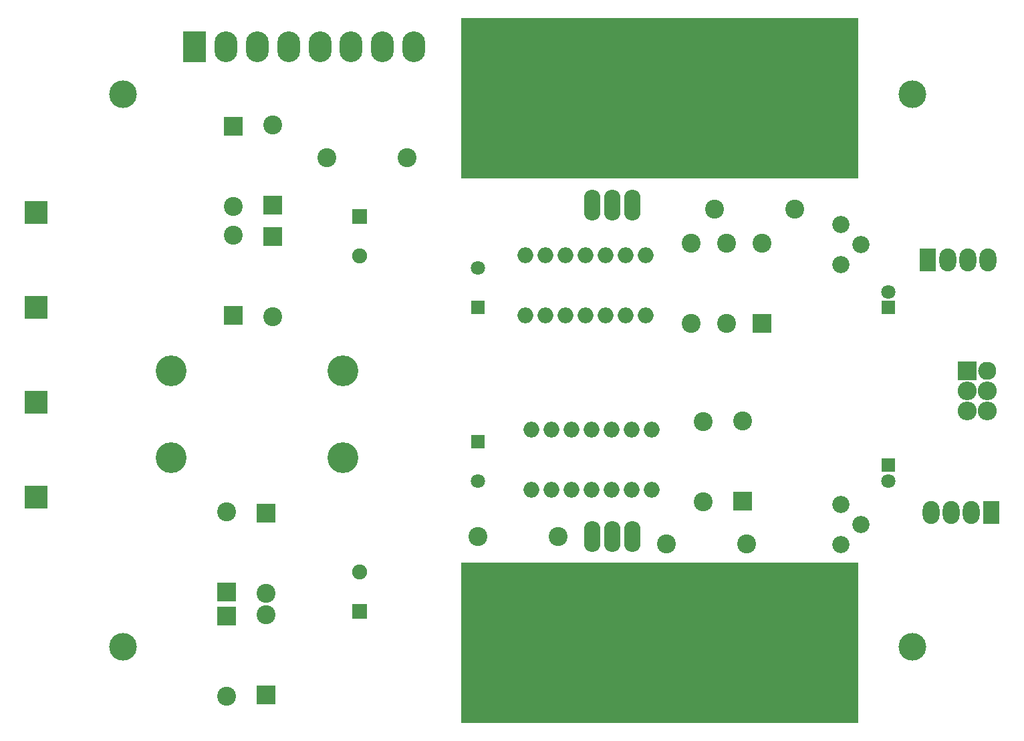
<source format=gbs>
G04 #@! TF.FileFunction,Soldermask,Bot*
%FSLAX46Y46*%
G04 Gerber Fmt 4.6, Leading zero omitted, Abs format (unit mm)*
G04 Created by KiCad (PCBNEW 4.0.2-stable) date 2016-11-14 9:45:43 PM*
%MOMM*%
G01*
G04 APERTURE LIST*
%ADD10C,0.200000*%
%ADD11C,3.500000*%
%ADD12R,1.900000X1.900000*%
%ADD13C,1.900000*%
%ADD14R,1.800000X1.800000*%
%ADD15C,1.800000*%
%ADD16O,2.900000X3.900000*%
%ADD17R,2.900000X3.900000*%
%ADD18R,2.127200X2.900000*%
%ADD19O,2.127200X2.900000*%
%ADD20R,2.400000X2.400000*%
%ADD21O,2.300000X2.300000*%
%ADD22O,2.400000X2.400000*%
%ADD23C,2.398980*%
%ADD24O,2.000000X2.000000*%
%ADD25C,2.178000*%
%ADD26R,2.398980X2.398980*%
%ADD27O,2.099260X3.900120*%
%ADD28C,4.400000*%
%ADD29R,50.400000X20.400000*%
%ADD30C,1.924000*%
%ADD31C,3.900120*%
%ADD32R,2.900000X2.900000*%
G04 APERTURE END LIST*
D10*
D11*
X178000000Y-123000000D03*
X78000000Y-123000000D03*
X178000000Y-53000000D03*
X78000000Y-53000000D03*
D12*
X108000000Y-68500000D03*
D13*
X108000000Y-73500000D03*
D12*
X108000000Y-118500000D03*
D13*
X108000000Y-113500000D03*
D14*
X123000000Y-80000000D03*
D15*
X123000000Y-75000000D03*
D14*
X123000000Y-97000000D03*
D15*
X123000000Y-102000000D03*
D14*
X175000000Y-80000000D03*
D15*
X175000000Y-78000000D03*
D14*
X175000000Y-100000000D03*
D15*
X175000000Y-102000000D03*
D16*
X91100000Y-47000000D03*
D17*
X87140000Y-47000000D03*
D16*
X95060000Y-47000000D03*
X99020000Y-47000000D03*
X102980000Y-47000000D03*
X106940000Y-47000000D03*
X110900000Y-47000000D03*
X114860000Y-47000000D03*
D18*
X180000000Y-74000000D03*
D19*
X182540000Y-74000000D03*
X185080000Y-74000000D03*
X187620000Y-74000000D03*
D20*
X185000000Y-88000000D03*
D21*
X187540000Y-88000000D03*
D22*
X185000000Y-90540000D03*
X187540000Y-90540000D03*
X185000000Y-93080000D03*
X187540000Y-93080000D03*
D18*
X188000000Y-106000000D03*
D19*
X185460000Y-106000000D03*
X182920000Y-106000000D03*
X180380000Y-106000000D03*
D23*
X150000000Y-82000000D03*
X150000000Y-71840000D03*
X154500000Y-71840000D03*
X154500000Y-82000000D03*
X153000000Y-67500000D03*
X163160000Y-67500000D03*
X123000000Y-109000000D03*
X133160000Y-109000000D03*
X157000000Y-110000000D03*
X146840000Y-110000000D03*
X151500000Y-94500000D03*
X151500000Y-104660000D03*
X114000000Y-61000000D03*
X103840000Y-61000000D03*
D24*
X129000000Y-81000000D03*
X131540000Y-81000000D03*
X134080000Y-81000000D03*
X136620000Y-81000000D03*
X139160000Y-81000000D03*
X141700000Y-81000000D03*
X144240000Y-81000000D03*
X144240000Y-73380000D03*
X141700000Y-73380000D03*
X139160000Y-73380000D03*
X136620000Y-73380000D03*
X134080000Y-73380000D03*
X131540000Y-73380000D03*
X129000000Y-73380000D03*
X145000000Y-95500000D03*
X142460000Y-95500000D03*
X139920000Y-95500000D03*
X137380000Y-95500000D03*
X134840000Y-95500000D03*
X132300000Y-95500000D03*
X129760000Y-95500000D03*
X129760000Y-103120000D03*
X132300000Y-103120000D03*
X134840000Y-103120000D03*
X137380000Y-103120000D03*
X139920000Y-103120000D03*
X142460000Y-103120000D03*
X145000000Y-103120000D03*
D25*
X169000000Y-69460000D03*
X171540000Y-72000000D03*
X169000000Y-74540000D03*
X169000000Y-104960000D03*
X171540000Y-107500000D03*
X169000000Y-110040000D03*
D23*
X96997460Y-56840000D03*
D26*
X96997460Y-67000000D03*
D23*
X97002540Y-81160000D03*
D26*
X97002540Y-71000000D03*
D23*
X92002540Y-67160000D03*
D26*
X92002540Y-57000000D03*
D23*
X91997460Y-70840000D03*
D26*
X91997460Y-81000000D03*
D23*
X96131560Y-118932560D03*
D26*
X96131560Y-129092560D03*
D23*
X96136640Y-116252560D03*
D26*
X96136640Y-106092560D03*
D23*
X91136640Y-129252560D03*
D26*
X91136640Y-119092560D03*
D23*
X91131560Y-105932560D03*
D26*
X91131560Y-116092560D03*
D23*
X158997460Y-71840000D03*
D26*
X158997460Y-82000000D03*
D23*
X156497460Y-94340000D03*
D26*
X156497460Y-104500000D03*
D27*
X140000000Y-67000000D03*
X137460000Y-67000000D03*
X142540000Y-67000000D03*
D28*
X140000000Y-50236000D03*
D29*
X146000000Y-53500000D03*
D30*
X123000000Y-45000000D03*
X126000000Y-45000000D03*
X129000000Y-45000000D03*
X132000000Y-45000000D03*
X135000000Y-45000000D03*
X132000000Y-48000000D03*
X129000000Y-48000000D03*
X126000000Y-48000000D03*
X123000000Y-48000000D03*
X123000000Y-51000000D03*
X123000000Y-54000000D03*
X123000000Y-57000000D03*
X123000000Y-60000000D03*
X126000000Y-60000000D03*
X126000000Y-57000000D03*
X126000000Y-54000000D03*
X126000000Y-51000000D03*
X129000000Y-51000000D03*
X132000000Y-51000000D03*
X132000000Y-54000000D03*
X129000000Y-54000000D03*
X129000000Y-57000000D03*
X132000000Y-57000000D03*
X129000000Y-60000000D03*
X132000000Y-60000000D03*
X148000000Y-45000000D03*
X151000000Y-45000000D03*
X151000000Y-48000000D03*
X148000000Y-48000000D03*
X148000000Y-51000000D03*
X151000000Y-51000000D03*
X154000000Y-51000000D03*
X154000000Y-48000000D03*
X157000000Y-48000000D03*
X154000000Y-45000000D03*
X157000000Y-45000000D03*
X157000000Y-51000000D03*
X157000000Y-54000000D03*
X154000000Y-54000000D03*
X148000000Y-60000000D03*
X151000000Y-60000000D03*
X148000000Y-57000000D03*
X148000000Y-54000000D03*
X151000000Y-54000000D03*
X151000000Y-57000000D03*
X154000000Y-57000000D03*
X157000000Y-57000000D03*
X154000000Y-60000000D03*
X157000000Y-60000000D03*
X145000000Y-45000000D03*
D27*
X140000000Y-109000000D03*
X142540000Y-109000000D03*
X137460000Y-109000000D03*
D28*
X140000000Y-125764000D03*
D29*
X146000000Y-122500000D03*
D30*
X157000000Y-131000000D03*
X154000000Y-131000000D03*
X151000000Y-131000000D03*
X148000000Y-131000000D03*
X145000000Y-131000000D03*
X148000000Y-128000000D03*
X151000000Y-128000000D03*
X154000000Y-128000000D03*
X157000000Y-128000000D03*
X157000000Y-125000000D03*
X157000000Y-122000000D03*
X157000000Y-119000000D03*
X157000000Y-116000000D03*
X154000000Y-116000000D03*
X154000000Y-119000000D03*
X154000000Y-122000000D03*
X154000000Y-125000000D03*
X151000000Y-125000000D03*
X148000000Y-125000000D03*
X148000000Y-122000000D03*
X151000000Y-122000000D03*
X151000000Y-119000000D03*
X148000000Y-119000000D03*
X151000000Y-116000000D03*
X148000000Y-116000000D03*
X132000000Y-131000000D03*
X129000000Y-131000000D03*
X129000000Y-128000000D03*
X132000000Y-128000000D03*
X132000000Y-125000000D03*
X129000000Y-125000000D03*
X126000000Y-125000000D03*
X126000000Y-128000000D03*
X123000000Y-128000000D03*
X126000000Y-131000000D03*
X123000000Y-131000000D03*
X123000000Y-125000000D03*
X123000000Y-122000000D03*
X126000000Y-122000000D03*
X132000000Y-116000000D03*
X129000000Y-116000000D03*
X132000000Y-119000000D03*
X132000000Y-122000000D03*
X129000000Y-122000000D03*
X129000000Y-119000000D03*
X126000000Y-119000000D03*
X123000000Y-119000000D03*
X126000000Y-116000000D03*
X123000000Y-116000000D03*
X135000000Y-131000000D03*
D31*
X105883900Y-99000000D03*
X84116100Y-99000000D03*
X105883900Y-88000000D03*
X84116100Y-88000000D03*
D32*
X67000000Y-80000000D03*
X67000000Y-92000000D03*
X67000000Y-104000000D03*
X67000000Y-68000000D03*
M02*

</source>
